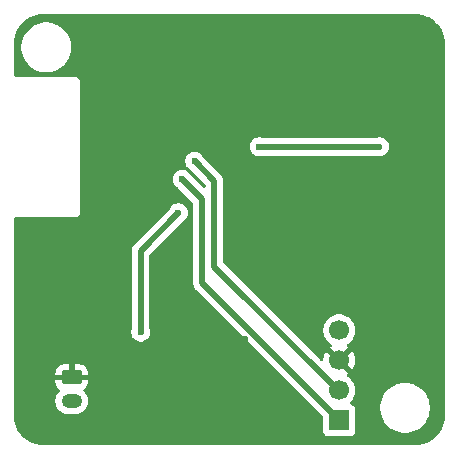
<source format=gbr>
%TF.GenerationSoftware,KiCad,Pcbnew,9.0.2*%
%TF.CreationDate,2025-08-08T22:11:24+08:00*%
%TF.ProjectId,lipo-chargable-espc3-weather-station,6c69706f-2d63-4686-9172-6761626c652d,rev?*%
%TF.SameCoordinates,Original*%
%TF.FileFunction,Copper,L2,Bot*%
%TF.FilePolarity,Positive*%
%FSLAX46Y46*%
G04 Gerber Fmt 4.6, Leading zero omitted, Abs format (unit mm)*
G04 Created by KiCad (PCBNEW 9.0.2) date 2025-08-08 22:11:24*
%MOMM*%
%LPD*%
G01*
G04 APERTURE LIST*
G04 Aperture macros list*
%AMRoundRect*
0 Rectangle with rounded corners*
0 $1 Rounding radius*
0 $2 $3 $4 $5 $6 $7 $8 $9 X,Y pos of 4 corners*
0 Add a 4 corners polygon primitive as box body*
4,1,4,$2,$3,$4,$5,$6,$7,$8,$9,$2,$3,0*
0 Add four circle primitives for the rounded corners*
1,1,$1+$1,$2,$3*
1,1,$1+$1,$4,$5*
1,1,$1+$1,$6,$7*
1,1,$1+$1,$8,$9*
0 Add four rect primitives between the rounded corners*
20,1,$1+$1,$2,$3,$4,$5,0*
20,1,$1+$1,$4,$5,$6,$7,0*
20,1,$1+$1,$6,$7,$8,$9,0*
20,1,$1+$1,$8,$9,$2,$3,0*%
G04 Aperture macros list end*
%TA.AperFunction,ComponentPad*%
%ADD10RoundRect,0.250000X-0.625000X0.350000X-0.625000X-0.350000X0.625000X-0.350000X0.625000X0.350000X0*%
%TD*%
%TA.AperFunction,ComponentPad*%
%ADD11O,1.750000X1.200000*%
%TD*%
%TA.AperFunction,ComponentPad*%
%ADD12R,1.700000X1.700000*%
%TD*%
%TA.AperFunction,ComponentPad*%
%ADD13C,1.700000*%
%TD*%
%TA.AperFunction,ViaPad*%
%ADD14C,0.600000*%
%TD*%
%TA.AperFunction,Conductor*%
%ADD15C,0.500000*%
%TD*%
G04 APERTURE END LIST*
D10*
%TO.P,J1,1,Pin_1*%
%TO.N,B-*%
X140258799Y-111893599D03*
D11*
%TO.P,J1,2,Pin_2*%
%TO.N,B+*%
X140258799Y-113893599D03*
%TD*%
D12*
%TO.P,J2,1,Pin_1*%
%TO.N,SCL*%
X162915600Y-115519200D03*
D13*
%TO.P,J2,2,Pin_2*%
%TO.N,SDA*%
X162915600Y-112979200D03*
%TO.P,J2,3,Pin_3*%
%TO.N,B-*%
X162915600Y-110439200D03*
%TO.P,J2,4,Pin_4*%
%TO.N,5V_boost*%
X162915600Y-107899200D03*
%TD*%
D14*
%TO.N,B+*%
X146100800Y-108051600D03*
X149301200Y-97942400D03*
%TO.N,B-*%
X151993600Y-111302800D03*
X151993600Y-110591600D03*
X154940000Y-108661200D03*
X154127200Y-109321600D03*
X155143200Y-109372400D03*
X154228800Y-108661200D03*
X142240000Y-106680000D03*
X142240000Y-105816400D03*
X141478000Y-107289600D03*
X139903200Y-108559600D03*
%TO.N,B+*%
X156159200Y-92354400D03*
X166319200Y-92354400D03*
%TO.N,B-*%
X140817600Y-108153200D03*
X139852400Y-107696000D03*
X139090400Y-108153200D03*
X139039600Y-106883200D03*
X140462000Y-107137200D03*
X138938000Y-105714800D03*
X141274800Y-106375200D03*
X140258800Y-105816400D03*
X139750800Y-106476800D03*
X158394400Y-85902800D03*
X159054800Y-87782400D03*
X157429200Y-87680800D03*
X165201600Y-85496400D03*
X164896800Y-86309200D03*
X167132000Y-101752400D03*
X164896800Y-101854000D03*
X165049200Y-88036400D03*
X165760400Y-86106000D03*
X158292800Y-86868000D03*
X157480000Y-85750400D03*
X166928800Y-87579200D03*
X164033200Y-84480400D03*
X159105600Y-85547200D03*
X164185600Y-87071200D03*
X164439600Y-100380800D03*
X164693600Y-101041200D03*
X157530800Y-85039200D03*
X159054800Y-86207600D03*
X157429200Y-86817200D03*
X166776400Y-86664800D03*
X158292800Y-87731600D03*
X165963600Y-87630000D03*
X164084000Y-87884000D03*
X158292800Y-84988400D03*
X166014400Y-86817200D03*
X164947600Y-87122000D03*
X164388800Y-85445600D03*
X159105600Y-84886800D03*
X163982400Y-86309200D03*
X164388800Y-88747600D03*
X159105600Y-86969600D03*
X165658800Y-88696800D03*
X166370000Y-88341200D03*
X166319200Y-102057200D03*
X165608000Y-102260400D03*
%TO.N,SCL*%
X149606000Y-95097600D03*
%TO.N,SDA*%
X150672800Y-93573600D03*
%TD*%
D15*
%TO.N,B+*%
X146100800Y-101142800D02*
X149301200Y-97942400D01*
X146100800Y-108051600D02*
X146100800Y-101142800D01*
X156159200Y-92354400D02*
X166319200Y-92354400D01*
%TO.N,SDA*%
X162814000Y-112979200D02*
X162915600Y-112979200D01*
X152349199Y-102514399D02*
X162814000Y-112979200D01*
X152349199Y-95249999D02*
X152349199Y-102514399D01*
X150672800Y-93573600D02*
X152349199Y-95249999D01*
%TO.N,SCL*%
X151322200Y-103925800D02*
X162915600Y-115519200D01*
X151322200Y-96813800D02*
X151322200Y-103925800D01*
X149606000Y-95097600D02*
X151322200Y-96813800D01*
%TD*%
%TA.AperFunction,Conductor*%
%TO.N,B-*%
G36*
X169372935Y-81120326D02*
G01*
X169662996Y-81137871D01*
X169677857Y-81139675D01*
X169959997Y-81191380D01*
X169974534Y-81194963D01*
X170248371Y-81280295D01*
X170262363Y-81285600D01*
X170363882Y-81331290D01*
X170523935Y-81403324D01*
X170537194Y-81410283D01*
X170659926Y-81484477D01*
X170782664Y-81558675D01*
X170794976Y-81567173D01*
X171020773Y-81744073D01*
X171031981Y-81754003D01*
X171234795Y-81956818D01*
X171244725Y-81968026D01*
X171412795Y-82182551D01*
X171421622Y-82193817D01*
X171430128Y-82206140D01*
X171578516Y-82451604D01*
X171585475Y-82464863D01*
X171703197Y-82726431D01*
X171708506Y-82740432D01*
X171793835Y-83014263D01*
X171797419Y-83028801D01*
X171849123Y-83310940D01*
X171850928Y-83325805D01*
X171868473Y-83615846D01*
X171868699Y-83623333D01*
X171868699Y-115115849D01*
X171868473Y-115123336D01*
X171850927Y-115413394D01*
X171849122Y-115428259D01*
X171797418Y-115710397D01*
X171793834Y-115724935D01*
X171708503Y-115998774D01*
X171703193Y-116012776D01*
X171585476Y-116274330D01*
X171578518Y-116287587D01*
X171430127Y-116533058D01*
X171421621Y-116545382D01*
X171244725Y-116771173D01*
X171234795Y-116782381D01*
X171031980Y-116985195D01*
X171020772Y-116995125D01*
X170794981Y-117172022D01*
X170782658Y-117180528D01*
X170537195Y-117328915D01*
X170523936Y-117335874D01*
X170262367Y-117453596D01*
X170248366Y-117458905D01*
X169974535Y-117544234D01*
X169959997Y-117547818D01*
X169677859Y-117599522D01*
X169662994Y-117601327D01*
X169469901Y-117613007D01*
X169372911Y-117618874D01*
X169365439Y-117619100D01*
X137872951Y-117619100D01*
X137865464Y-117618874D01*
X137575405Y-117601328D01*
X137560540Y-117599523D01*
X137278401Y-117547819D01*
X137263863Y-117544235D01*
X136990032Y-117458906D01*
X136976031Y-117453597D01*
X136714463Y-117335875D01*
X136701204Y-117328916D01*
X136455740Y-117180528D01*
X136443417Y-117172022D01*
X136217626Y-116995125D01*
X136206418Y-116985195D01*
X136003603Y-116782381D01*
X135993673Y-116771173D01*
X135868600Y-116611528D01*
X135816773Y-116545376D01*
X135808275Y-116533064D01*
X135667566Y-116300304D01*
X135659883Y-116287594D01*
X135652924Y-116274335D01*
X135535202Y-116012767D01*
X135529893Y-115998766D01*
X135521296Y-115971178D01*
X135444563Y-115724934D01*
X135440980Y-115710397D01*
X135413366Y-115559711D01*
X135389275Y-115428257D01*
X135387471Y-115413394D01*
X135386336Y-115394628D01*
X135374660Y-115201609D01*
X135374945Y-115193627D01*
X135374500Y-115193627D01*
X135374500Y-113806988D01*
X138883299Y-113806988D01*
X138883299Y-113980209D01*
X138907696Y-114134251D01*
X138910397Y-114151300D01*
X138963926Y-114316044D01*
X139042567Y-114470387D01*
X139144385Y-114610527D01*
X139266871Y-114733013D01*
X139407011Y-114834831D01*
X139561354Y-114913472D01*
X139726098Y-114967001D01*
X139897188Y-114994099D01*
X139897189Y-114994099D01*
X140620409Y-114994099D01*
X140620410Y-114994099D01*
X140791500Y-114967001D01*
X140956244Y-114913472D01*
X141110587Y-114834831D01*
X141250727Y-114733013D01*
X141373213Y-114610527D01*
X141475031Y-114470387D01*
X141553672Y-114316044D01*
X141607201Y-114151300D01*
X141634299Y-113980210D01*
X141634299Y-113806988D01*
X141607201Y-113635898D01*
X141553672Y-113471154D01*
X141475031Y-113316811D01*
X141373213Y-113176671D01*
X141265307Y-113068765D01*
X141231822Y-113007442D01*
X141236806Y-112937750D01*
X141278678Y-112881817D01*
X141287893Y-112875544D01*
X141352144Y-112835914D01*
X141476114Y-112711944D01*
X141568155Y-112562723D01*
X141568157Y-112562718D01*
X141623304Y-112396296D01*
X141623305Y-112396289D01*
X141633798Y-112293585D01*
X141633799Y-112293572D01*
X141633799Y-112143599D01*
X140539129Y-112143599D01*
X140558874Y-112123854D01*
X140608243Y-112038344D01*
X140633799Y-111942969D01*
X140633799Y-111844229D01*
X140608243Y-111748854D01*
X140558874Y-111663344D01*
X140539129Y-111643599D01*
X141633798Y-111643599D01*
X141633798Y-111493627D01*
X141633797Y-111493612D01*
X141623304Y-111390901D01*
X141568157Y-111224479D01*
X141568155Y-111224474D01*
X141476114Y-111075253D01*
X141352144Y-110951283D01*
X141202923Y-110859242D01*
X141202918Y-110859240D01*
X141036496Y-110804093D01*
X141036489Y-110804092D01*
X140933785Y-110793599D01*
X140508799Y-110793599D01*
X140508799Y-111613269D01*
X140489054Y-111593524D01*
X140403544Y-111544155D01*
X140308169Y-111518599D01*
X140209429Y-111518599D01*
X140114054Y-111544155D01*
X140028544Y-111593524D01*
X140008799Y-111613269D01*
X140008799Y-110793599D01*
X139583827Y-110793599D01*
X139583811Y-110793600D01*
X139481101Y-110804093D01*
X139314679Y-110859240D01*
X139314674Y-110859242D01*
X139165453Y-110951283D01*
X139041483Y-111075253D01*
X138949442Y-111224474D01*
X138949440Y-111224479D01*
X138894293Y-111390901D01*
X138894292Y-111390908D01*
X138883799Y-111493612D01*
X138883799Y-111643599D01*
X139978469Y-111643599D01*
X139958724Y-111663344D01*
X139909355Y-111748854D01*
X139883799Y-111844229D01*
X139883799Y-111942969D01*
X139909355Y-112038344D01*
X139958724Y-112123854D01*
X139978469Y-112143599D01*
X138883800Y-112143599D01*
X138883800Y-112293585D01*
X138894293Y-112396296D01*
X138949440Y-112562718D01*
X138949442Y-112562723D01*
X139041483Y-112711944D01*
X139165455Y-112835916D01*
X139229705Y-112875545D01*
X139276430Y-112927492D01*
X139287653Y-112996455D01*
X139259810Y-113060537D01*
X139252291Y-113068765D01*
X139144384Y-113176672D01*
X139042567Y-113316810D01*
X138963927Y-113471151D01*
X138910396Y-113635901D01*
X138883299Y-113806988D01*
X135374500Y-113806988D01*
X135374500Y-107972758D01*
X145300300Y-107972758D01*
X145300300Y-107980601D01*
X145300300Y-108130446D01*
X145331061Y-108285089D01*
X145331064Y-108285101D01*
X145391402Y-108430772D01*
X145391409Y-108430785D01*
X145479010Y-108561888D01*
X145479013Y-108561892D01*
X145590507Y-108673386D01*
X145590511Y-108673389D01*
X145721614Y-108760990D01*
X145721627Y-108760997D01*
X145867298Y-108821335D01*
X145867303Y-108821337D01*
X146021953Y-108852099D01*
X146021956Y-108852100D01*
X146021958Y-108852100D01*
X146179644Y-108852100D01*
X146179645Y-108852099D01*
X146334297Y-108821337D01*
X146479979Y-108760994D01*
X146611089Y-108673389D01*
X146722589Y-108561889D01*
X146810194Y-108430779D01*
X146870537Y-108285097D01*
X146901300Y-108130442D01*
X146901300Y-107972758D01*
X146901300Y-107972755D01*
X146901299Y-107972753D01*
X146870539Y-107818111D01*
X146870538Y-107818108D01*
X146870537Y-107818103D01*
X146860737Y-107794444D01*
X146851300Y-107746996D01*
X146851300Y-101505028D01*
X146870985Y-101437989D01*
X146887614Y-101417352D01*
X149616495Y-98688470D01*
X149656719Y-98661593D01*
X149680379Y-98651794D01*
X149811489Y-98564189D01*
X149922989Y-98452689D01*
X150010594Y-98321579D01*
X150010795Y-98321095D01*
X150043797Y-98241420D01*
X150070937Y-98175897D01*
X150101700Y-98021242D01*
X150101700Y-97863558D01*
X150101700Y-97863555D01*
X150101699Y-97863553D01*
X150084066Y-97774908D01*
X150070937Y-97708903D01*
X150066852Y-97699041D01*
X150010597Y-97563227D01*
X150010590Y-97563214D01*
X149922989Y-97432111D01*
X149922986Y-97432107D01*
X149811492Y-97320613D01*
X149811488Y-97320610D01*
X149680385Y-97233009D01*
X149680372Y-97233002D01*
X149534701Y-97172664D01*
X149534689Y-97172661D01*
X149380045Y-97141900D01*
X149380042Y-97141900D01*
X149222358Y-97141900D01*
X149222355Y-97141900D01*
X149067710Y-97172661D01*
X149067698Y-97172664D01*
X148922027Y-97233002D01*
X148922014Y-97233009D01*
X148790911Y-97320610D01*
X148790907Y-97320613D01*
X148679413Y-97432107D01*
X148679407Y-97432115D01*
X148591807Y-97563218D01*
X148591805Y-97563222D01*
X148582005Y-97586880D01*
X148555127Y-97627104D01*
X145517850Y-100664380D01*
X145517844Y-100664388D01*
X145468612Y-100738068D01*
X145468613Y-100738069D01*
X145435721Y-100787296D01*
X145435714Y-100787308D01*
X145379142Y-100923886D01*
X145379140Y-100923892D01*
X145350300Y-101068879D01*
X145350300Y-107746996D01*
X145348849Y-107754287D01*
X145347208Y-107774516D01*
X145344879Y-107784747D01*
X145331063Y-107818103D01*
X145300300Y-107972758D01*
X135374500Y-107972758D01*
X135374500Y-98465312D01*
X135394185Y-98398273D01*
X135446989Y-98352518D01*
X135498500Y-98341312D01*
X140396101Y-98341416D01*
X140396108Y-98341418D01*
X140480216Y-98341418D01*
X140527881Y-98341419D01*
X140527885Y-98341418D01*
X140527892Y-98341418D01*
X140603737Y-98321095D01*
X140649413Y-98308857D01*
X140654080Y-98307846D01*
X140655170Y-98307315D01*
X140655176Y-98307314D01*
X140655180Y-98307311D01*
X140655186Y-98307310D01*
X140655208Y-98307297D01*
X140658253Y-98305816D01*
X140661606Y-98303603D01*
X140719337Y-98270271D01*
X140761634Y-98245853D01*
X140765250Y-98244097D01*
X140766216Y-98243461D01*
X140768972Y-98241758D01*
X140769310Y-98241419D01*
X140769314Y-98241418D01*
X140815900Y-98194832D01*
X140856279Y-98154455D01*
X140859318Y-98151818D01*
X140860009Y-98151040D01*
X140862136Y-98148781D01*
X140862490Y-98148243D01*
X140862494Y-98148240D01*
X140862496Y-98148235D01*
X140862500Y-98148232D01*
X140862513Y-98148209D01*
X140864533Y-98145147D01*
X140864533Y-98145146D01*
X140864535Y-98145144D01*
X140865175Y-98144173D01*
X140866934Y-98140551D01*
X140891343Y-98098273D01*
X140928388Y-98034114D01*
X140928389Y-98034108D01*
X140928392Y-98034104D01*
X140942169Y-97982681D01*
X140942172Y-97982677D01*
X140942171Y-97982677D01*
X140961548Y-97910369D01*
X140962500Y-97906817D01*
X140962500Y-97840789D01*
X140962501Y-97775037D01*
X140962500Y-97775033D01*
X140962500Y-95018753D01*
X148805500Y-95018753D01*
X148805500Y-95176446D01*
X148836261Y-95331089D01*
X148836264Y-95331101D01*
X148896602Y-95476772D01*
X148896609Y-95476785D01*
X148984210Y-95607888D01*
X148984213Y-95607892D01*
X149095710Y-95719389D01*
X149110946Y-95729569D01*
X149226821Y-95806994D01*
X149250475Y-95816791D01*
X149290703Y-95843671D01*
X150535381Y-97088348D01*
X150568866Y-97149671D01*
X150571700Y-97176029D01*
X150571700Y-103999718D01*
X150571700Y-103999720D01*
X150571699Y-103999720D01*
X150600540Y-104144707D01*
X150600543Y-104144717D01*
X150657114Y-104281292D01*
X150690012Y-104330527D01*
X150690013Y-104330530D01*
X150739246Y-104404214D01*
X150739252Y-104404221D01*
X161528781Y-115193748D01*
X161562266Y-115255071D01*
X161565100Y-115281429D01*
X161565100Y-116417070D01*
X161565101Y-116417076D01*
X161571508Y-116476683D01*
X161621802Y-116611528D01*
X161621806Y-116611535D01*
X161708052Y-116726744D01*
X161708055Y-116726747D01*
X161823264Y-116812993D01*
X161823271Y-116812997D01*
X161958117Y-116863291D01*
X161958116Y-116863291D01*
X161965044Y-116864035D01*
X162017727Y-116869700D01*
X163813472Y-116869699D01*
X163873083Y-116863291D01*
X164007931Y-116812996D01*
X164123146Y-116726746D01*
X164209396Y-116611531D01*
X164259691Y-116476683D01*
X164266100Y-116417073D01*
X164266099Y-114621328D01*
X164259691Y-114561717D01*
X164209396Y-114426869D01*
X164133835Y-114325932D01*
X166389099Y-114325932D01*
X166389099Y-114601267D01*
X166389100Y-114601284D01*
X166425037Y-114874255D01*
X166425038Y-114874260D01*
X166425039Y-114874266D01*
X166425040Y-114874268D01*
X166496303Y-115140230D01*
X166601674Y-115394617D01*
X166601679Y-115394628D01*
X166681408Y-115532721D01*
X166739350Y-115633079D01*
X166739352Y-115633082D01*
X166739353Y-115633083D01*
X166906969Y-115851526D01*
X166906975Y-115851533D01*
X167101665Y-116046223D01*
X167101671Y-116046228D01*
X167320120Y-116213849D01*
X167424885Y-116274335D01*
X167558570Y-116351519D01*
X167558575Y-116351521D01*
X167558578Y-116351523D01*
X167812967Y-116456895D01*
X168078933Y-116528160D01*
X168351925Y-116564100D01*
X168351932Y-116564100D01*
X168627266Y-116564100D01*
X168627273Y-116564100D01*
X168900265Y-116528160D01*
X169166231Y-116456895D01*
X169420620Y-116351523D01*
X169659078Y-116213849D01*
X169877527Y-116046228D01*
X170072227Y-115851528D01*
X170239848Y-115633079D01*
X170377522Y-115394621D01*
X170482894Y-115140232D01*
X170554159Y-114874266D01*
X170590099Y-114601274D01*
X170590099Y-114325926D01*
X170554159Y-114052934D01*
X170482894Y-113786968D01*
X170377522Y-113532579D01*
X170377520Y-113532576D01*
X170377518Y-113532571D01*
X170328331Y-113447378D01*
X170239848Y-113294121D01*
X170072227Y-113075672D01*
X170072222Y-113075666D01*
X169877532Y-112880976D01*
X169877525Y-112880970D01*
X169659082Y-112713354D01*
X169659081Y-112713353D01*
X169659078Y-112713351D01*
X169564006Y-112658461D01*
X169420627Y-112575680D01*
X169420616Y-112575675D01*
X169166229Y-112470304D01*
X169033248Y-112434672D01*
X168900265Y-112399040D01*
X168900259Y-112399039D01*
X168900254Y-112399038D01*
X168627283Y-112363101D01*
X168627278Y-112363100D01*
X168627273Y-112363100D01*
X168351925Y-112363100D01*
X168351919Y-112363100D01*
X168351914Y-112363101D01*
X168078943Y-112399038D01*
X168078936Y-112399039D01*
X168078933Y-112399040D01*
X168022724Y-112414100D01*
X167812968Y-112470304D01*
X167558581Y-112575675D01*
X167558570Y-112575680D01*
X167320115Y-112713354D01*
X167101672Y-112880970D01*
X167101665Y-112880976D01*
X166906975Y-113075666D01*
X166906969Y-113075673D01*
X166739353Y-113294116D01*
X166601679Y-113532571D01*
X166601674Y-113532582D01*
X166496303Y-113786969D01*
X166425040Y-114052931D01*
X166425037Y-114052944D01*
X166389100Y-114325915D01*
X166389099Y-114325932D01*
X164133835Y-114325932D01*
X164123146Y-114311654D01*
X164100309Y-114294558D01*
X164007935Y-114225406D01*
X164007928Y-114225402D01*
X163876517Y-114176389D01*
X163820583Y-114134518D01*
X163796166Y-114069053D01*
X163811018Y-114000780D01*
X163832163Y-113972532D01*
X163945704Y-113858992D01*
X164070651Y-113687016D01*
X164167157Y-113497612D01*
X164232846Y-113295443D01*
X164266100Y-113085487D01*
X164266100Y-112872913D01*
X164232846Y-112662957D01*
X164167157Y-112460788D01*
X164070651Y-112271384D01*
X164070649Y-112271381D01*
X164070648Y-112271379D01*
X163945709Y-112099413D01*
X163795386Y-111949090D01*
X163623417Y-111824149D01*
X163614104Y-111819404D01*
X163563307Y-111771430D01*
X163546512Y-111703609D01*
X163569049Y-111637474D01*
X163614107Y-111598432D01*
X163623155Y-111593822D01*
X163677316Y-111554470D01*
X163677317Y-111554470D01*
X163045008Y-110922162D01*
X163108593Y-110905125D01*
X163222607Y-110839299D01*
X163315699Y-110746207D01*
X163381525Y-110632193D01*
X163398562Y-110568608D01*
X164030870Y-111200917D01*
X164030870Y-111200916D01*
X164070222Y-111146754D01*
X164166695Y-110957417D01*
X164232357Y-110755330D01*
X164232357Y-110755327D01*
X164265600Y-110545446D01*
X164265600Y-110332953D01*
X164232357Y-110123072D01*
X164232357Y-110123069D01*
X164166695Y-109920982D01*
X164070224Y-109731649D01*
X164030870Y-109677482D01*
X164030869Y-109677482D01*
X163398562Y-110309790D01*
X163381525Y-110246207D01*
X163315699Y-110132193D01*
X163222607Y-110039101D01*
X163108593Y-109973275D01*
X163045009Y-109956237D01*
X163677316Y-109323928D01*
X163623147Y-109284573D01*
X163623147Y-109284572D01*
X163614100Y-109279963D01*
X163563306Y-109231988D01*
X163546512Y-109164166D01*
X163569051Y-109098032D01*
X163614108Y-109058993D01*
X163623416Y-109054251D01*
X163702607Y-108996715D01*
X163795386Y-108929309D01*
X163795388Y-108929306D01*
X163795392Y-108929304D01*
X163945704Y-108778992D01*
X163945706Y-108778988D01*
X163945709Y-108778986D01*
X164070648Y-108607020D01*
X164070647Y-108607020D01*
X164070651Y-108607016D01*
X164167157Y-108417612D01*
X164232846Y-108215443D01*
X164266100Y-108005487D01*
X164266100Y-107792913D01*
X164232846Y-107582957D01*
X164167157Y-107380788D01*
X164070651Y-107191384D01*
X164070649Y-107191381D01*
X164070648Y-107191379D01*
X163945709Y-107019413D01*
X163795386Y-106869090D01*
X163623420Y-106744151D01*
X163434014Y-106647644D01*
X163434013Y-106647643D01*
X163434012Y-106647643D01*
X163231843Y-106581954D01*
X163231841Y-106581953D01*
X163231840Y-106581953D01*
X163070557Y-106556408D01*
X163021887Y-106548700D01*
X162809313Y-106548700D01*
X162760642Y-106556408D01*
X162599360Y-106581953D01*
X162397185Y-106647644D01*
X162207779Y-106744151D01*
X162035813Y-106869090D01*
X161885490Y-107019413D01*
X161760551Y-107191379D01*
X161664044Y-107380785D01*
X161598353Y-107582960D01*
X161571218Y-107754287D01*
X161565100Y-107792913D01*
X161565100Y-108005487D01*
X161598354Y-108215443D01*
X161620987Y-108285101D01*
X161664044Y-108417614D01*
X161760551Y-108607020D01*
X161885490Y-108778986D01*
X162035813Y-108929309D01*
X162207779Y-109054248D01*
X162207781Y-109054249D01*
X162207784Y-109054251D01*
X162217093Y-109058994D01*
X162267890Y-109106966D01*
X162284687Y-109174787D01*
X162262152Y-109240922D01*
X162217105Y-109279960D01*
X162208046Y-109284576D01*
X162208040Y-109284580D01*
X162153882Y-109323927D01*
X162153882Y-109323928D01*
X162786191Y-109956237D01*
X162722607Y-109973275D01*
X162608593Y-110039101D01*
X162515501Y-110132193D01*
X162449675Y-110246207D01*
X162432637Y-110309791D01*
X161800328Y-109677482D01*
X161800327Y-109677482D01*
X161760980Y-109731639D01*
X161664504Y-109920982D01*
X161598842Y-110123069D01*
X161598842Y-110123072D01*
X161565600Y-110332953D01*
X161565600Y-110370070D01*
X161545915Y-110437109D01*
X161493111Y-110482864D01*
X161423953Y-110492808D01*
X161360397Y-110463783D01*
X161353919Y-110457751D01*
X153136018Y-102239850D01*
X153102533Y-102178527D01*
X153099699Y-102152169D01*
X153099699Y-95176078D01*
X153070858Y-95031091D01*
X153070857Y-95031090D01*
X153070857Y-95031086D01*
X153065749Y-95018753D01*
X153014286Y-94894510D01*
X153014279Y-94894497D01*
X152932151Y-94771584D01*
X152902640Y-94742073D01*
X152827615Y-94667048D01*
X151418871Y-93258303D01*
X151391991Y-93218075D01*
X151382194Y-93194421D01*
X151335233Y-93124139D01*
X151294589Y-93063310D01*
X151183092Y-92951813D01*
X151183088Y-92951810D01*
X151051985Y-92864209D01*
X151051972Y-92864202D01*
X150906301Y-92803864D01*
X150906289Y-92803861D01*
X150751645Y-92773100D01*
X150751642Y-92773100D01*
X150593958Y-92773100D01*
X150593955Y-92773100D01*
X150439310Y-92803861D01*
X150439298Y-92803864D01*
X150293627Y-92864202D01*
X150293614Y-92864209D01*
X150162511Y-92951810D01*
X150162507Y-92951813D01*
X150051013Y-93063307D01*
X150051010Y-93063311D01*
X149963409Y-93194414D01*
X149963402Y-93194427D01*
X149903064Y-93340098D01*
X149903061Y-93340110D01*
X149872300Y-93494753D01*
X149872300Y-93652446D01*
X149903061Y-93807089D01*
X149903064Y-93807101D01*
X149963402Y-93952772D01*
X149963409Y-93952785D01*
X150051010Y-94083888D01*
X150051013Y-94083892D01*
X150162510Y-94195389D01*
X150293615Y-94282990D01*
X150293621Y-94282994D01*
X150317275Y-94292791D01*
X150357503Y-94319671D01*
X151562380Y-95524547D01*
X151577083Y-95551474D01*
X151593676Y-95577293D01*
X151594567Y-95583493D01*
X151595865Y-95585870D01*
X151598699Y-95612228D01*
X151598699Y-95729569D01*
X151579014Y-95796608D01*
X151526210Y-95842363D01*
X151457052Y-95852307D01*
X151393496Y-95823282D01*
X151387018Y-95817250D01*
X150352071Y-94782303D01*
X150325191Y-94742075D01*
X150315394Y-94718421D01*
X150315389Y-94718414D01*
X150227789Y-94587310D01*
X150116292Y-94475813D01*
X150116288Y-94475810D01*
X149985185Y-94388209D01*
X149985172Y-94388202D01*
X149839501Y-94327864D01*
X149839489Y-94327861D01*
X149684845Y-94297100D01*
X149684842Y-94297100D01*
X149527158Y-94297100D01*
X149527155Y-94297100D01*
X149372510Y-94327861D01*
X149372498Y-94327864D01*
X149226827Y-94388202D01*
X149226814Y-94388209D01*
X149095711Y-94475810D01*
X149095707Y-94475813D01*
X148984213Y-94587307D01*
X148984210Y-94587311D01*
X148896609Y-94718414D01*
X148896602Y-94718427D01*
X148836264Y-94864098D01*
X148836261Y-94864110D01*
X148805500Y-95018753D01*
X140962500Y-95018753D01*
X140962500Y-92275553D01*
X155358700Y-92275553D01*
X155358700Y-92433246D01*
X155389461Y-92587889D01*
X155389464Y-92587901D01*
X155449802Y-92733572D01*
X155449809Y-92733585D01*
X155537410Y-92864688D01*
X155537413Y-92864692D01*
X155648907Y-92976186D01*
X155648911Y-92976189D01*
X155780014Y-93063790D01*
X155780027Y-93063797D01*
X155879260Y-93104900D01*
X155925703Y-93124137D01*
X156080353Y-93154899D01*
X156080356Y-93154900D01*
X156080358Y-93154900D01*
X156238044Y-93154900D01*
X156238045Y-93154899D01*
X156314352Y-93139720D01*
X156392688Y-93124139D01*
X156392689Y-93124138D01*
X156392697Y-93124137D01*
X156416355Y-93114337D01*
X156463804Y-93104900D01*
X166014596Y-93104900D01*
X166062044Y-93114337D01*
X166085703Y-93124137D01*
X166085708Y-93124138D01*
X166085711Y-93124139D01*
X166240353Y-93154899D01*
X166240356Y-93154900D01*
X166240358Y-93154900D01*
X166398044Y-93154900D01*
X166398045Y-93154899D01*
X166552697Y-93124137D01*
X166698379Y-93063794D01*
X166829489Y-92976189D01*
X166940989Y-92864689D01*
X167028594Y-92733579D01*
X167088937Y-92587897D01*
X167119700Y-92433242D01*
X167119700Y-92275558D01*
X167119700Y-92275555D01*
X167119699Y-92275553D01*
X167088938Y-92120910D01*
X167088937Y-92120903D01*
X167088935Y-92120898D01*
X167028597Y-91975227D01*
X167028590Y-91975214D01*
X166940989Y-91844111D01*
X166940986Y-91844107D01*
X166829492Y-91732613D01*
X166829488Y-91732610D01*
X166698385Y-91645009D01*
X166698372Y-91645002D01*
X166552701Y-91584664D01*
X166552689Y-91584661D01*
X166398045Y-91553900D01*
X166398042Y-91553900D01*
X166240358Y-91553900D01*
X166240355Y-91553900D01*
X166085711Y-91584660D01*
X166085706Y-91584662D01*
X166085704Y-91584662D01*
X166085703Y-91584663D01*
X166062044Y-91594462D01*
X166014596Y-91603900D01*
X156463804Y-91603900D01*
X156416355Y-91594462D01*
X156392697Y-91584663D01*
X156392693Y-91584662D01*
X156392688Y-91584660D01*
X156238045Y-91553900D01*
X156238042Y-91553900D01*
X156080358Y-91553900D01*
X156080355Y-91553900D01*
X155925710Y-91584661D01*
X155925698Y-91584664D01*
X155780027Y-91645002D01*
X155780014Y-91645009D01*
X155648911Y-91732610D01*
X155648907Y-91732613D01*
X155537413Y-91844107D01*
X155537410Y-91844111D01*
X155449809Y-91975214D01*
X155449802Y-91975227D01*
X155389464Y-92120898D01*
X155389461Y-92120910D01*
X155358700Y-92275553D01*
X140962500Y-92275553D01*
X140962500Y-86852908D01*
X140928392Y-86725614D01*
X140862500Y-86611486D01*
X140769314Y-86518300D01*
X140712250Y-86485354D01*
X140655187Y-86452408D01*
X140591539Y-86435354D01*
X140527892Y-86418300D01*
X140527891Y-86418300D01*
X135497562Y-86418300D01*
X135430523Y-86398615D01*
X135384768Y-86345811D01*
X135373562Y-86294487D01*
X135372390Y-85515423D01*
X135369803Y-83795132D01*
X136010699Y-83795132D01*
X136010699Y-84070467D01*
X136010700Y-84070484D01*
X136046637Y-84343455D01*
X136046638Y-84343460D01*
X136046639Y-84343466D01*
X136046640Y-84343468D01*
X136117903Y-84609430D01*
X136223274Y-84863817D01*
X136223279Y-84863828D01*
X136303008Y-85001921D01*
X136360950Y-85102279D01*
X136360952Y-85102282D01*
X136360953Y-85102283D01*
X136528569Y-85320726D01*
X136528575Y-85320733D01*
X136723265Y-85515423D01*
X136723271Y-85515428D01*
X136941720Y-85683049D01*
X137094977Y-85771532D01*
X137180170Y-85820719D01*
X137180175Y-85820721D01*
X137180178Y-85820723D01*
X137434567Y-85926095D01*
X137700533Y-85997360D01*
X137973525Y-86033300D01*
X137973532Y-86033300D01*
X138248866Y-86033300D01*
X138248873Y-86033300D01*
X138521865Y-85997360D01*
X138787831Y-85926095D01*
X139042220Y-85820723D01*
X139280678Y-85683049D01*
X139499127Y-85515428D01*
X139693827Y-85320728D01*
X139861448Y-85102279D01*
X139999122Y-84863821D01*
X140104494Y-84609432D01*
X140175759Y-84343466D01*
X140211699Y-84070474D01*
X140211699Y-83795126D01*
X140175759Y-83522134D01*
X140104494Y-83256168D01*
X139999122Y-83001779D01*
X139999120Y-83001776D01*
X139999118Y-83001771D01*
X139949931Y-82916578D01*
X139861448Y-82763321D01*
X139693827Y-82544872D01*
X139693822Y-82544866D01*
X139499132Y-82350176D01*
X139499125Y-82350170D01*
X139280682Y-82182554D01*
X139280681Y-82182553D01*
X139280678Y-82182551D01*
X139185606Y-82127661D01*
X139042227Y-82044880D01*
X139042216Y-82044875D01*
X138787829Y-81939504D01*
X138654848Y-81903872D01*
X138521865Y-81868240D01*
X138521859Y-81868239D01*
X138521854Y-81868238D01*
X138248883Y-81832301D01*
X138248878Y-81832300D01*
X138248873Y-81832300D01*
X137973525Y-81832300D01*
X137973519Y-81832300D01*
X137973514Y-81832301D01*
X137700543Y-81868238D01*
X137700536Y-81868239D01*
X137700533Y-81868240D01*
X137644324Y-81883300D01*
X137434568Y-81939504D01*
X137180181Y-82044875D01*
X137180170Y-82044880D01*
X136941715Y-82182554D01*
X136723272Y-82350170D01*
X136723265Y-82350176D01*
X136528575Y-82544866D01*
X136528569Y-82544873D01*
X136360953Y-82763316D01*
X136223279Y-83001771D01*
X136223274Y-83001782D01*
X136117903Y-83256169D01*
X136046640Y-83522131D01*
X136046637Y-83522144D01*
X136010700Y-83795115D01*
X136010699Y-83795132D01*
X135369803Y-83795132D01*
X135369651Y-83694283D01*
X135369699Y-83693583D01*
X135369699Y-83623351D01*
X135369925Y-83615864D01*
X135387470Y-83325805D01*
X135389275Y-83310940D01*
X135399313Y-83256168D01*
X135440979Y-83028798D01*
X135444563Y-83014264D01*
X135529895Y-82740421D01*
X135535197Y-82726441D01*
X135652930Y-82464849D01*
X135659875Y-82451616D01*
X135808279Y-82206126D01*
X135816766Y-82193830D01*
X135993679Y-81968017D01*
X136003594Y-81956826D01*
X136206425Y-81753995D01*
X136217616Y-81744080D01*
X136443429Y-81567166D01*
X136455725Y-81558679D01*
X136701210Y-81410278D01*
X136714455Y-81403327D01*
X136976041Y-81285597D01*
X136990022Y-81280295D01*
X137263868Y-81194961D01*
X137278397Y-81191379D01*
X137560543Y-81139674D01*
X137575400Y-81137870D01*
X137865447Y-81120326D01*
X137872934Y-81120100D01*
X137935092Y-81120100D01*
X169303307Y-81120100D01*
X169365448Y-81120100D01*
X169372935Y-81120326D01*
G37*
%TD.AperFunction*%
%TD*%
M02*

</source>
